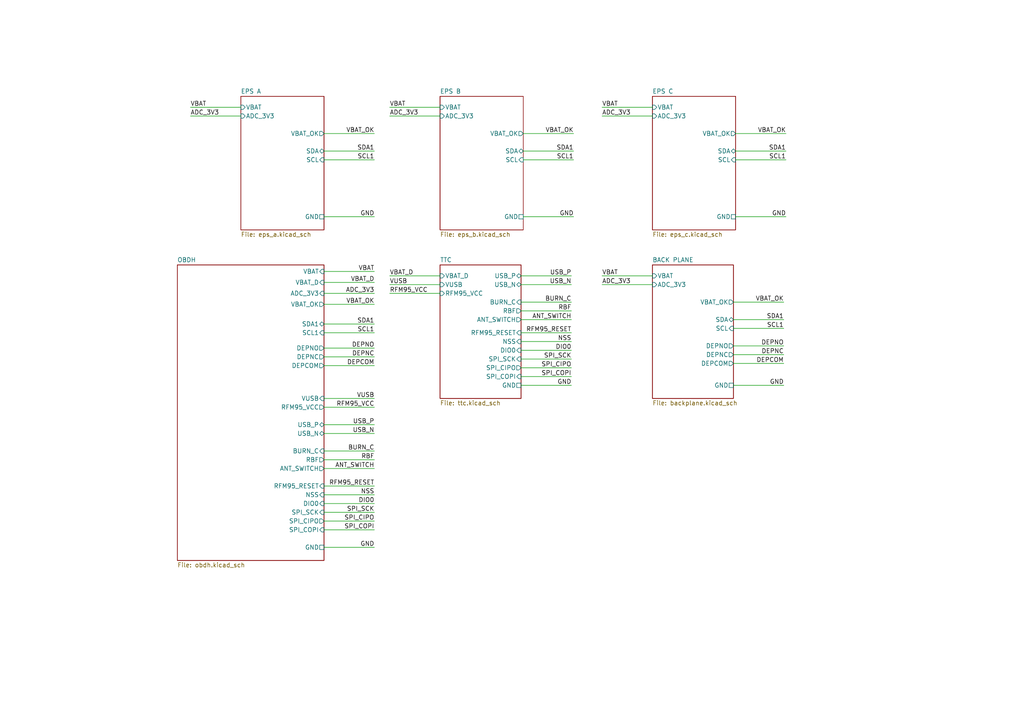
<source format=kicad_sch>
(kicad_sch (version 20211123) (generator eeschema)
  (paper "A4")
  (title_block (title "FZSatellite") (date "2022-10-21") (rev "2") (company "Fiozera - fiozera.com.br") (comment 1 "https://github.com/fiozera/FZsatellite") (comment 2 "Licensed under CERN-OHL-S v2 or later") (comment 3 "André Biagioni"))
  (lib_symbols)
  (wire (pts (xy 93.98 46.355) (xy 108.585 46.355)))
  (wire (pts (xy 151.13 99.06) (xy 165.735 99.06)))
  (wire (pts (xy 151.765 62.865) (xy 166.37 62.865)))
  (wire (pts (xy 213.36 43.815) (xy 227.965 43.815)))
  (wire (pts (xy 151.765 43.815) (xy 166.37 43.815)))
  (wire (pts (xy 127.635 33.655) (xy 113.03 33.655)))
  (wire (pts (xy 151.13 106.68) (xy 165.735 106.68)))
  (wire (pts (xy 93.98 118.11) (xy 108.585 118.11)))
  (wire (pts (xy 69.85 33.655) (xy 55.245 33.655)))
  (wire (pts (xy 93.98 130.81) (xy 108.585 130.81)))
  (wire (pts (xy 151.13 111.76) (xy 165.735 111.76)))
  (wire (pts (xy 189.23 33.655) (xy 174.625 33.655)))
  (wire (pts (xy 151.13 87.63) (xy 165.735 87.63)))
  (wire (pts (xy 212.725 87.63) (xy 227.33 87.63)))
  (wire (pts (xy 127.635 82.55) (xy 113.03 82.55)))
  (wire (pts (xy 151.13 96.52) (xy 165.735 96.52)))
  (wire (pts (xy 93.98 153.67) (xy 108.585 153.67)))
  (wire (pts (xy 213.36 62.865) (xy 227.965 62.865)))
  (wire (pts (xy 93.98 78.74) (xy 108.585 78.74)))
  (wire (pts (xy 213.36 38.735) (xy 227.965 38.735)))
  (wire (pts (xy 127.635 31.115) (xy 113.03 31.115)))
  (wire (pts (xy 212.725 111.76) (xy 227.33 111.76)))
  (wire (pts (xy 93.98 135.89) (xy 108.585 135.89)))
  (wire (pts (xy 151.765 46.355) (xy 166.37 46.355)))
  (wire (pts (xy 93.98 81.915) (xy 108.585 81.915)))
  (wire (pts (xy 93.98 62.865) (xy 108.585 62.865)))
  (wire (pts (xy 212.725 92.71) (xy 227.33 92.71)))
  (wire (pts (xy 93.98 115.57) (xy 108.585 115.57)))
  (wire (pts (xy 213.36 46.355) (xy 227.965 46.355)))
  (wire (pts (xy 93.98 88.265) (xy 108.585 88.265)))
  (wire (pts (xy 93.98 151.13) (xy 108.585 151.13)))
  (wire (pts (xy 212.725 105.41) (xy 227.33 105.41)))
  (wire (pts (xy 93.98 140.97) (xy 108.585 140.97)))
  (wire (pts (xy 93.98 148.59) (xy 108.585 148.59)))
  (wire (pts (xy 93.98 125.73) (xy 108.585 125.73)))
  (wire (pts (xy 212.725 100.33) (xy 227.33 100.33)))
  (wire (pts (xy 93.98 103.505) (xy 108.585 103.505)))
  (wire (pts (xy 69.85 31.115) (xy 55.245 31.115)))
  (wire (pts (xy 93.98 93.98) (xy 108.585 93.98)))
  (wire (pts (xy 151.13 92.71) (xy 165.735 92.71)))
  (wire (pts (xy 93.98 96.52) (xy 108.585 96.52)))
  (wire (pts (xy 93.98 85.09) (xy 108.585 85.09)))
  (wire (pts (xy 93.98 100.965) (xy 108.585 100.965)))
  (wire (pts (xy 93.98 158.75) (xy 108.585 158.75)))
  (wire (pts (xy 93.98 123.19) (xy 108.585 123.19)))
  (wire (pts (xy 151.13 104.14) (xy 165.735 104.14)))
  (wire (pts (xy 93.98 106.045) (xy 108.585 106.045)))
  (wire (pts (xy 189.23 82.55) (xy 174.625 82.55)))
  (wire (pts (xy 93.98 133.35) (xy 108.585 133.35)))
  (wire (pts (xy 93.98 143.51) (xy 108.585 143.51)))
  (wire (pts (xy 127.635 85.09) (xy 113.03 85.09)))
  (wire (pts (xy 151.13 109.22) (xy 165.735 109.22)))
  (wire (pts (xy 93.98 38.735) (xy 108.585 38.735)))
  (wire (pts (xy 151.13 80.01) (xy 165.735 80.01)))
  (wire (pts (xy 151.765 38.735) (xy 166.37 38.735)))
  (wire (pts (xy 212.725 95.25) (xy 227.33 95.25)))
  (wire (pts (xy 189.23 31.115) (xy 174.625 31.115)))
  (wire (pts (xy 189.23 80.01) (xy 174.625 80.01)))
  (wire (pts (xy 93.98 146.05) (xy 108.585 146.05)))
  (wire (pts (xy 212.725 102.87) (xy 227.33 102.87)))
  (wire (pts (xy 151.13 101.6) (xy 165.735 101.6)))
  (wire (pts (xy 93.98 43.815) (xy 108.585 43.815)))
  (wire (pts (xy 127.635 80.01) (xy 113.03 80.01)))
  (wire (pts (xy 151.13 82.55) (xy 165.735 82.55)))
  (wire (pts (xy 151.13 90.17) (xy 165.735 90.17)))
  (label "DIO0" (at 108.585 146.05 180))
  (label "VBAT_OK" (at 166.37 38.735 180))
  (label "RFM95_VCC" (at 113.03 85.09 0))
  (label "BURN_C" (at 165.735 87.63 180))
  (label "GND" (at 227.33 111.76 180))
  (label "ADC_3V3" (at 174.625 82.55 0))
  (label "NSS" (at 108.585 143.51 180))
  (label "VBAT" (at 174.625 31.115 0))
  (label "VBAT_OK" (at 108.585 38.735 180))
  (label "ADC_3V3" (at 55.245 33.655 0))
  (label "SDA1" (at 227.965 43.815 180))
  (label "GND" (at 165.735 111.76 180))
  (label "SDA1" (at 166.37 43.815 180))
  (label "SCL1" (at 166.37 46.355 180))
  (label "DEPCOM" (at 227.33 105.41 180))
  (label "ADC_3V3" (at 174.625 33.655 0))
  (label "GND" (at 227.965 62.865 180))
  (label "ADC_3V3" (at 113.03 33.655 0))
  (label "SCL1" (at 108.585 46.355 180))
  (label "VBAT" (at 55.245 31.115 0))
  (label "USB_N" (at 165.735 82.55 180))
  (label "VBAT_OK" (at 227.965 38.735 180))
  (label "SCL1" (at 227.965 46.355 180))
  (label "SDA1" (at 108.585 93.98 180))
  (label "VBAT" (at 108.585 78.74 180))
  (label "ANT_SWITCH" (at 108.585 135.89 180))
  (label "GND" (at 166.37 62.865 180))
  (label "DIO0" (at 165.735 101.6 180))
  (label "BURN_C" (at 108.585 130.81 180))
  (label "VBAT_OK" (at 108.585 88.265 180))
  (label "RFM95_RESET" (at 165.735 96.52 180))
  (label "VBAT" (at 174.625 80.01 0))
  (label "SPI_SCK" (at 108.585 148.59 180))
  (label "RFM95_VCC" (at 108.585 118.11 180))
  (label "ANT_SWITCH" (at 165.735 92.71 180))
  (label "DEPNC" (at 108.585 103.505 180))
  (label "SPI_COPI" (at 165.735 109.22 180))
  (label "RFM95_RESET" (at 108.585 140.97 180))
  (label "SDA1" (at 108.585 43.815 180))
  (label "SCL1" (at 108.585 96.52 180))
  (label "RBF" (at 165.735 90.17 180))
  (label "VBAT_OK" (at 227.33 87.63 180))
  (label "VUSB" (at 113.03 82.55 0))
  (label "DEPNC" (at 227.33 102.87 180))
  (label "ADC_3V3" (at 108.585 85.09 180))
  (label "SPI_CIPO" (at 108.585 151.13 180))
  (label "SCL1" (at 227.33 95.25 180))
  (label "SPI_CIPO" (at 165.735 106.68 180))
  (label "VBAT" (at 113.03 31.115 0))
  (label "SPI_SCK" (at 165.735 104.14 180))
  (label "VBAT_D" (at 108.585 81.915 180))
  (label "DEPCOM" (at 108.585 106.045 180))
  (label "USB_N" (at 108.585 125.73 180))
  (label "USB_P" (at 108.585 123.19 180))
  (label "VUSB" (at 108.585 115.57 180))
  (label "USB_P" (at 165.735 80.01 180))
  (label "GND" (at 108.585 62.865 180))
  (label "DEPNO" (at 227.33 100.33 180))
  (label "GND" (at 108.585 158.75 180))
  (label "RBF" (at 108.585 133.35 180))
  (label "SPI_COPI" (at 108.585 153.67 180))
  (label "SDA1" (at 227.33 92.71 180))
  (label "DEPNO" (at 108.585 100.965 180))
  (label "NSS" (at 165.735 99.06 180))
  (label "VBAT_D" (at 113.03 80.01 0))
  (sheet (at 127.635 27.94) (size 24.13 38.735) (stroke (width 0.1524))
    (property "Sheet name" "EPS B" (at 127.635 27.2284 0) (effects (justify left bottom)))
    (property "Sheet file" "eps_b.kicad_sch" (at 127.635 67.2596 0) (effects (justify left top)))
    (pin "VBAT" input (at 127.635 31.115 180))
    (pin "SDA" bidirectional (at 151.765 43.815 0))
    (pin "VBAT_OK" output (at 151.765 38.735 0))
    (pin "ADC_3V3" input (at 127.635 33.655 180))
    (pin "GND" passive (at 151.765 62.865 0))
    (pin "SCL" input (at 151.765 46.355 0))
  )
  (sheet (at 189.23 76.835) (size 23.495 38.735) (stroke (width 0.1524))
    (property "Sheet name" "BACK PLANE" (at 189.23 76.1234 0) (effects (justify left bottom)))
    (property "Sheet file" "backplane.kicad_sch" (at 189.23 116.1546 0) (effects (justify left top)))
    (pin "GND" passive (at 212.725 111.76 0))
    (pin "DEPNC" output (at 212.725 102.87 0))
    (pin "DEPNO" output (at 212.725 100.33 0))
    (pin "DEPCOM" output (at 212.725 105.41 0))
    (pin "ADC_3V3" input (at 189.23 82.55 180))
    (pin "VBAT" input (at 189.23 80.01 180))
    (pin "SDA" bidirectional (at 212.725 92.71 0))
    (pin "SCL" input (at 212.725 95.25 0))
    (pin "VBAT_OK" output (at 212.725 87.63 0))
  )
  (sheet (at 189.23 27.94) (size 24.13 38.735) (stroke (width 0.1524))
    (property "Sheet name" "EPS C" (at 189.23 27.2284 0) (effects (justify left bottom)))
    (property "Sheet file" "eps_c.kicad_sch" (at 189.23 67.2596 0) (effects (justify left top)))
    (pin "VBAT_OK" output (at 213.36 38.735 0))
    (pin "VBAT" input (at 189.23 31.115 180))
    (pin "ADC_3V3" input (at 189.23 33.655 180))
    (pin "GND" passive (at 213.36 62.865 0))
    (pin "SDA" bidirectional (at 213.36 43.815 0))
    (pin "SCL" input (at 213.36 46.355 0))
  )
  (sheet (at 51.435 76.835) (size 42.545 85.725) (stroke (width 0.1524))
    (property "Sheet name" "OBDH" (at 51.435 76.1234 0) (effects (justify left bottom)))
    (property "Sheet file" "obdh.kicad_sch" (at 51.435 163.1446 0) (effects (justify left top)))
    (pin "DEPCOM" output (at 93.98 106.045 0))
    (pin "GND" passive (at 93.98 158.75 0))
    (pin "VBAT" input (at 93.98 78.74 0))
    (pin "VBAT_OK" output (at 93.98 88.265 0))
    (pin "ADC_3V3" input (at 93.98 85.09 0))
    (pin "DEPNC" output (at 93.98 103.505 0))
    (pin "SDA1" bidirectional (at 93.98 93.98 0))
    (pin "SCL1" input (at 93.98 96.52 0))
    (pin "DEPNO" output (at 93.98 100.965 0))
    (pin "SPI_SCK" input (at 93.98 148.59 0))
    (pin "DIO0" input (at 93.98 146.05 0))
    (pin "USB_N" bidirectional (at 93.98 125.73 0))
    (pin "ANT_SWITCH" output (at 93.98 135.89 0))
    (pin "RBF" output (at 93.98 133.35 0))
    (pin "BURN_C" input (at 93.98 130.81 0))
    (pin "USB_P" bidirectional (at 93.98 123.19 0))
    (pin "VUSB" input (at 93.98 115.57 0))
    (pin "NSS" input (at 93.98 143.51 0))
    (pin "SPI_COPI" input (at 93.98 153.67 0))
    (pin "SPI_CIPO" output (at 93.98 151.13 0))
    (pin "RFM95_VCC" output (at 93.98 118.11 0))
    (pin "RFM95_RESET" input (at 93.98 140.97 0))
    (pin "VBAT_D" input (at 93.98 81.915 0))
  )
  (sheet (at 69.85 27.94) (size 24.13 38.735) (stroke (width 0.1524))
    (property "Sheet name" "EPS A" (at 69.85 27.2284 0) (effects (justify left bottom)))
    (property "Sheet file" "eps_a.kicad_sch" (at 69.85 67.2596 0) (effects (justify left top)))
    (pin "VBAT_OK" output (at 93.98 38.735 0))
    (pin "SDA" bidirectional (at 93.98 43.815 0))
    (pin "SCL" input (at 93.98 46.355 0))
    (pin "ADC_3V3" input (at 69.85 33.655 180))
    (pin "GND" passive (at 93.98 62.865 0))
    (pin "VBAT" input (at 69.85 31.115 180))
  )
  (sheet (at 127.635 76.835) (size 23.495 38.735) (stroke (width 0.1524))
    (property "Sheet name" "TTC" (at 127.635 76.1234 0) (effects (justify left bottom)))
    (property "Sheet file" "ttc.kicad_sch" (at 127.635 116.1546 0) (effects (justify left top)))
    (pin "GND" passive (at 151.13 111.76 0))
    (pin "RFM95_VCC" input (at 127.635 85.09 180))
    (pin "NSS" input (at 151.13 99.06 0))
    (pin "RFM95_RESET" input (at 151.13 96.52 0))
    (pin "USB_N" bidirectional (at 151.13 82.55 0))
    (pin "VUSB" input (at 127.635 82.55 180))
    (pin "USB_P" bidirectional (at 151.13 80.01 0))
    (pin "RBF" output (at 151.13 90.17 0))
    (pin "DIO0" input (at 151.13 101.6 0))
    (pin "SPI_COPI" input (at 151.13 109.22 0))
    (pin "SPI_SCK" input (at 151.13 104.14 0))
    (pin "ANT_SWITCH" output (at 151.13 92.71 0))
    (pin "BURN_C" input (at 151.13 87.63 0))
    (pin "SPI_CIPO" output (at 151.13 106.68 0))
    (pin "VBAT_D" input (at 127.635 80.01 180))
  )
)
</source>
